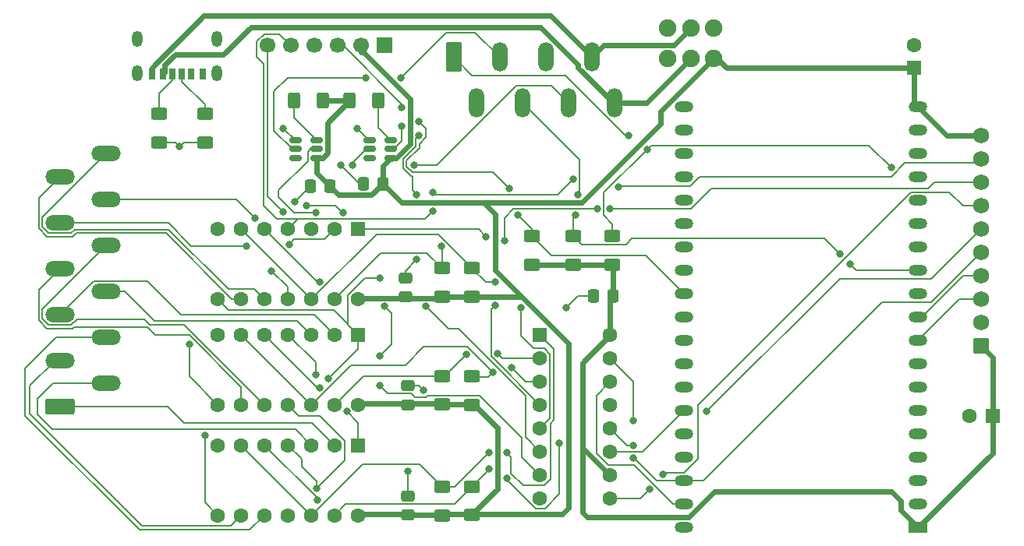
<source format=gbr>
%TF.GenerationSoftware,KiCad,Pcbnew,9.0.3*%
%TF.CreationDate,2025-10-07T23:40:20-05:00*%
%TF.ProjectId,MoistureSensor1,4d6f6973-7475-4726-9553-656e736f7231,1.0.0*%
%TF.SameCoordinates,Original*%
%TF.FileFunction,Copper,L1,Top*%
%TF.FilePolarity,Positive*%
%FSLAX46Y46*%
G04 Gerber Fmt 4.6, Leading zero omitted, Abs format (unit mm)*
G04 Created by KiCad (PCBNEW 9.0.3) date 2025-10-07 23:40:20*
%MOMM*%
%LPD*%
G01*
G04 APERTURE LIST*
G04 Aperture macros list*
%AMRoundRect*
0 Rectangle with rounded corners*
0 $1 Rounding radius*
0 $2 $3 $4 $5 $6 $7 $8 $9 X,Y pos of 4 corners*
0 Add a 4 corners polygon primitive as box body*
4,1,4,$2,$3,$4,$5,$6,$7,$8,$9,$2,$3,0*
0 Add four circle primitives for the rounded corners*
1,1,$1+$1,$2,$3*
1,1,$1+$1,$4,$5*
1,1,$1+$1,$6,$7*
1,1,$1+$1,$8,$9*
0 Add four rect primitives between the rounded corners*
20,1,$1+$1,$2,$3,$4,$5,0*
20,1,$1+$1,$4,$5,$6,$7,0*
20,1,$1+$1,$6,$7,$8,$9,0*
20,1,$1+$1,$8,$9,$2,$3,0*%
G04 Aperture macros list end*
%TA.AperFunction,SMDPad,CuDef*%
%ADD10RoundRect,0.250000X0.400000X0.625000X-0.400000X0.625000X-0.400000X-0.625000X0.400000X-0.625000X0*%
%TD*%
%TA.AperFunction,SMDPad,CuDef*%
%ADD11RoundRect,0.250000X-0.337500X-0.475000X0.337500X-0.475000X0.337500X0.475000X-0.337500X0.475000X0*%
%TD*%
%TA.AperFunction,SMDPad,CuDef*%
%ADD12RoundRect,0.150000X-0.512500X-0.150000X0.512500X-0.150000X0.512500X0.150000X-0.512500X0.150000X0*%
%TD*%
%TA.AperFunction,SMDPad,CuDef*%
%ADD13RoundRect,0.250000X-0.625000X0.400000X-0.625000X-0.400000X0.625000X-0.400000X0.625000X0.400000X0*%
%TD*%
%TA.AperFunction,SMDPad,CuDef*%
%ADD14RoundRect,0.250000X0.625000X-0.400000X0.625000X0.400000X-0.625000X0.400000X-0.625000X-0.400000X0*%
%TD*%
%TA.AperFunction,SMDPad,CuDef*%
%ADD15RoundRect,0.250000X-0.400000X-0.625000X0.400000X-0.625000X0.400000X0.625000X-0.400000X0.625000X0*%
%TD*%
%TA.AperFunction,SMDPad,CuDef*%
%ADD16RoundRect,0.250000X0.475000X-0.337500X0.475000X0.337500X-0.475000X0.337500X-0.475000X-0.337500X0*%
%TD*%
%TA.AperFunction,ComponentPad*%
%ADD17R,1.700000X1.700000*%
%TD*%
%TA.AperFunction,ComponentPad*%
%ADD18C,1.700000*%
%TD*%
%TA.AperFunction,ComponentPad*%
%ADD19RoundRect,0.250000X-0.550000X-0.550000X0.550000X-0.550000X0.550000X0.550000X-0.550000X0.550000X0*%
%TD*%
%TA.AperFunction,ComponentPad*%
%ADD20C,1.600000*%
%TD*%
%TA.AperFunction,ComponentPad*%
%ADD21RoundRect,0.250000X-0.550000X0.550000X-0.550000X-0.550000X0.550000X-0.550000X0.550000X0.550000X0*%
%TD*%
%TA.AperFunction,ComponentPad*%
%ADD22RoundRect,0.250000X0.620000X-0.620000X0.620000X0.620000X-0.620000X0.620000X-0.620000X-0.620000X0*%
%TD*%
%TA.AperFunction,ComponentPad*%
%ADD23C,1.740000*%
%TD*%
%TA.AperFunction,ComponentPad*%
%ADD24C,1.900000*%
%TD*%
%TA.AperFunction,ComponentPad*%
%ADD25RoundRect,0.201923X-0.638077X-1.398077X0.638077X-1.398077X0.638077X1.398077X-0.638077X1.398077X0*%
%TD*%
%TA.AperFunction,ComponentPad*%
%ADD26O,1.680000X3.200000*%
%TD*%
%TA.AperFunction,ComponentPad*%
%ADD27RoundRect,0.250000X0.550000X-0.550000X0.550000X0.550000X-0.550000X0.550000X-0.550000X-0.550000X0*%
%TD*%
%TA.AperFunction,SMDPad,CuDef*%
%ADD28R,0.700000X1.200000*%
%TD*%
%TA.AperFunction,SMDPad,CuDef*%
%ADD29R,0.760000X1.200000*%
%TD*%
%TA.AperFunction,SMDPad,CuDef*%
%ADD30R,0.800000X1.200000*%
%TD*%
%TA.AperFunction,ComponentPad*%
%ADD31O,1.150000X1.750000*%
%TD*%
%TA.AperFunction,ComponentPad*%
%ADD32RoundRect,0.250000X0.550000X0.550000X-0.550000X0.550000X-0.550000X-0.550000X0.550000X-0.550000X0*%
%TD*%
%TA.AperFunction,ComponentPad*%
%ADD33RoundRect,0.201923X1.398077X-0.638077X1.398077X0.638077X-1.398077X0.638077X-1.398077X-0.638077X0*%
%TD*%
%TA.AperFunction,ComponentPad*%
%ADD34O,3.200000X1.680000*%
%TD*%
%TA.AperFunction,ComponentPad*%
%ADD35R,2.000000X1.200000*%
%TD*%
%TA.AperFunction,ComponentPad*%
%ADD36O,2.000000X1.200000*%
%TD*%
%TA.AperFunction,ViaPad*%
%ADD37C,0.800000*%
%TD*%
%TA.AperFunction,Conductor*%
%ADD38C,0.600000*%
%TD*%
%TA.AperFunction,Conductor*%
%ADD39C,0.200000*%
%TD*%
G04 APERTURE END LIST*
D10*
%TO.P,R2,1*%
%TO.N,Net-(U3-R1{slash}C1)*%
X136800000Y-80250000D03*
%TO.P,R2,2*%
%TO.N,+5VA*%
X133700000Y-80250000D03*
%TD*%
D11*
%TO.P,C2,1*%
%TO.N,GND*%
X135212500Y-89250000D03*
%TO.P,C2,2*%
%TO.N,+5VA*%
X137287500Y-89250000D03*
%TD*%
D12*
%TO.P,U3,1,R2*%
%TO.N,GND*%
X135862500Y-84550000D03*
%TO.P,U3,2,V_OUT*%
%TO.N,Net-(J6-Pin_6)*%
X135862500Y-85500000D03*
%TO.P,U3,3,V_OUT*%
%TO.N,unconnected-(U3-V_OUT-Pad3)*%
X135862500Y-86450000D03*
%TO.P,U3,4,V_IN*%
%TO.N,+5VA*%
X138137500Y-86450000D03*
%TO.P,U3,5,ON/OFF*%
%TO.N,Net-(U3-ON{slash}OFF)*%
X138137500Y-85500000D03*
%TO.P,U3,6,R1/C1*%
%TO.N,Net-(U3-R1{slash}C1)*%
X138137500Y-84550000D03*
%TD*%
D13*
%TO.P,R4,1*%
%TO.N,Net-(U4-QB)*%
X143750000Y-122237500D03*
%TO.P,R4,2*%
%TO.N,+5VA*%
X143750000Y-125337500D03*
%TD*%
%TO.P,R10,1*%
%TO.N,Net-(J6-Pin_1)*%
X162250000Y-94950000D03*
%TO.P,R10,2*%
%TO.N,+3.3VA*%
X162250000Y-98050000D03*
%TD*%
D14*
%TO.P,R9,1*%
%TO.N,+3.3VA*%
X153500000Y-98050000D03*
%TO.P,R9,2*%
%TO.N,Net-(J3-Pin_3)*%
X153500000Y-94950000D03*
%TD*%
D11*
%TO.P,C5,1*%
%TO.N,GND*%
X160212500Y-101500000D03*
%TO.P,C5,2*%
%TO.N,+3.3VA*%
X162287500Y-101500000D03*
%TD*%
D15*
%TO.P,R1,1*%
%TO.N,Net-(U2-R1{slash}C1)*%
X127700000Y-80250000D03*
%TO.P,R1,2*%
%TO.N,+5VA*%
X130800000Y-80250000D03*
%TD*%
D12*
%TO.P,U2,1,R2*%
%TO.N,GND*%
X127862500Y-84550000D03*
%TO.P,U2,2,V_OUT*%
%TO.N,Net-(J6-Pin_3)*%
X127862500Y-85500000D03*
%TO.P,U2,3,V_OUT*%
%TO.N,unconnected-(U2-V_OUT-Pad3)*%
X127862500Y-86450000D03*
%TO.P,U2,4,V_IN*%
%TO.N,+5VA*%
X130137500Y-86450000D03*
%TO.P,U2,5,ON/OFF*%
%TO.N,Net-(U2-ON{slash}OFF)*%
X130137500Y-85500000D03*
%TO.P,U2,6,R1/C1*%
%TO.N,Net-(U2-R1{slash}C1)*%
X130137500Y-84550000D03*
%TD*%
D16*
%TO.P,C6,1*%
%TO.N,+5VA*%
X139750000Y-101575000D03*
%TO.P,C6,2*%
%TO.N,GND*%
X139750000Y-99500000D03*
%TD*%
D17*
%TO.P,SMX,1,Pin_1*%
%TO.N,GND*%
X137500000Y-74250000D03*
D18*
%TO.P,SMX,2,Pin_2*%
%TO.N,+5VA*%
X134960000Y-74250000D03*
%TO.P,SMX,3,Pin_3*%
%TO.N,Net-(J3-Pin_3)*%
X132420000Y-74250000D03*
%TO.P,SMX,4,Pin_4*%
%TO.N,GND*%
X129880000Y-74250000D03*
%TO.P,SMX,5,Pin_5*%
%TO.N,Net-(J3-Pin_5)*%
X127340000Y-74250000D03*
%TO.P,SMX,6,Pin_6*%
%TO.N,Net-(J3-Pin_6)*%
X124800000Y-74250000D03*
%TD*%
D19*
%TO.P,U4,1,QB*%
%TO.N,Net-(U4-QB)*%
X154380000Y-105720000D03*
D20*
%TO.P,U4,2,QC*%
%TO.N,Net-(U4-QC)*%
X154380000Y-108260000D03*
%TO.P,U4,3,QD*%
%TO.N,Net-(U4-QD)*%
X154380000Y-110800000D03*
%TO.P,U4,4,QE*%
%TO.N,Net-(U4-QE)*%
X154380000Y-113340000D03*
%TO.P,U4,5,QF*%
%TO.N,Net-(U4-QF)*%
X154380000Y-115880000D03*
%TO.P,U4,6,QG*%
%TO.N,Net-(U3-ON{slash}OFF)*%
X154380000Y-118420000D03*
%TO.P,U4,7,QH*%
%TO.N,Net-(U2-ON{slash}OFF)*%
X154380000Y-120960000D03*
%TO.P,U4,8,GND*%
%TO.N,GND*%
X154380000Y-123500000D03*
%TO.P,U4,9,QH'*%
%TO.N,Net-(J4-Pin_7)*%
X162000000Y-123500000D03*
%TO.P,U4,10,~{SRCLR}*%
%TO.N,+3.3VA*%
X162000000Y-120960000D03*
%TO.P,U4,11,SRCLK*%
%TO.N,Net-(J4-Pin_6)*%
X162000000Y-118420000D03*
%TO.P,U4,12,RCLK*%
%TO.N,Net-(J4-Pin_5)*%
X162000000Y-115880000D03*
%TO.P,U4,13,~{OE}*%
%TO.N,GND*%
X162000000Y-113340000D03*
%TO.P,U4,14,SER*%
%TO.N,Net-(U1-GPIO23)*%
X162000000Y-110800000D03*
%TO.P,U4,15,QA*%
%TO.N,Net-(U4-QA)*%
X162000000Y-108260000D03*
%TO.P,U4,16,VCC*%
%TO.N,+3.3VA*%
X162000000Y-105720000D03*
%TD*%
D13*
%TO.P,R3,1*%
%TO.N,Net-(U4-QA)*%
X147000000Y-122200000D03*
%TO.P,R3,2*%
%TO.N,+5VA*%
X147000000Y-125300000D03*
%TD*%
D21*
%TO.P,U6,1*%
%TO.N,Net-(J3-Pin_6)*%
X134620000Y-105695000D03*
D20*
%TO.P,U6,2*%
%TO.N,Net-(J5-Pin_5)*%
X132080000Y-105695000D03*
%TO.P,U6,3*%
%TO.N,Net-(J5-Pin_6)*%
X129540000Y-105695000D03*
%TO.P,U6,4*%
%TO.N,Net-(J3-Pin_5)*%
X127000000Y-105695000D03*
%TO.P,U6,5*%
%TO.N,Net-(U4-QC)*%
X124460000Y-105695000D03*
%TO.P,U6,6*%
%TO.N,Net-(U4-QD)*%
X121920000Y-105695000D03*
%TO.P,U6,7,V_{SS}*%
%TO.N,GND*%
X119380000Y-105695000D03*
%TO.P,U6,8*%
%TO.N,Net-(J3-Pin_6)*%
X119380000Y-113315000D03*
%TO.P,U6,9*%
%TO.N,Net-(J5-Pin_7)*%
X121920000Y-113315000D03*
%TO.P,U6,10*%
%TO.N,Net-(J5-Pin_8)*%
X124460000Y-113315000D03*
%TO.P,U6,11*%
%TO.N,Net-(J3-Pin_5)*%
X127000000Y-113315000D03*
%TO.P,U6,12*%
%TO.N,Net-(U4-QD)*%
X129540000Y-113315000D03*
%TO.P,U6,13*%
%TO.N,Net-(U4-QC)*%
X132080000Y-113315000D03*
%TO.P,U6,14,V_{DD}*%
%TO.N,+5VA*%
X134620000Y-113315000D03*
%TD*%
D16*
%TO.P,C8,1*%
%TO.N,+5VA*%
X140000000Y-113287500D03*
%TO.P,C8,2*%
%TO.N,GND*%
X140000000Y-111212500D03*
%TD*%
D13*
%TO.P,R11,1*%
%TO.N,Net-(J6-Pin_4)*%
X158000000Y-94950000D03*
%TO.P,R11,2*%
%TO.N,+3.3VA*%
X158000000Y-98050000D03*
%TD*%
%TO.P,R5,1*%
%TO.N,Net-(U4-QC)*%
X143750000Y-110162500D03*
%TO.P,R5,2*%
%TO.N,+5VA*%
X143750000Y-113262500D03*
%TD*%
D14*
%TO.P,R13,1*%
%TO.N,GND*%
X113000000Y-84800000D03*
%TO.P,R13,2*%
%TO.N,Net-(J2-CC2)*%
X113000000Y-81700000D03*
%TD*%
D22*
%TO.P,J4,1,Pin_1*%
%TO.N,+3.3VA*%
X202250000Y-106930000D03*
D23*
%TO.P,J4,2,Pin_2*%
%TO.N,GND*%
X202250000Y-104390000D03*
%TO.P,J4,3,Pin_3*%
%TO.N,Net-(J4-Pin_3)*%
X202250000Y-101850000D03*
%TO.P,J4,4,Pin_4*%
%TO.N,Net-(J4-Pin_4)*%
X202250000Y-99310000D03*
%TO.P,J4,5,Pin_5*%
%TO.N,Net-(J4-Pin_5)*%
X202250000Y-96770000D03*
%TO.P,J4,6,Pin_6*%
%TO.N,Net-(J4-Pin_6)*%
X202250000Y-94230000D03*
%TO.P,J4,7,Pin_7*%
%TO.N,Net-(J4-Pin_7)*%
X202250000Y-91690000D03*
%TO.P,J4,8,Pin_8*%
%TO.N,Net-(J3-Pin_6)*%
X202250000Y-89150000D03*
%TO.P,J4,9,Pin_9*%
%TO.N,Net-(J3-Pin_5)*%
X202250000Y-86610000D03*
%TO.P,J4,10,Pin_10*%
%TO.N,+5VA*%
X202250000Y-84070000D03*
%TD*%
D24*
%TO.P,On     Off,1,A*%
%TO.N,GND*%
X173250000Y-72350000D03*
%TO.P,On     Off,2,B*%
%TO.N,Net-(J2-GND_A)*%
X170750000Y-72350000D03*
%TO.P,On     Off,3,C*%
%TO.N,unconnected-(SW1-C-Pad3)*%
X168250000Y-72350000D03*
%TO.P,On     Off,4,C*%
%TO.N,+5VA*%
X173250000Y-75650000D03*
%TO.P,On     Off,5,B*%
%TO.N,Net-(J2-VBUS_A)*%
X170750000Y-75650000D03*
%TO.P,On     Off,6,A*%
%TO.N,unconnected-(SW1-A-Pad6)*%
X168250000Y-75650000D03*
%TD*%
D25*
%TO.P,J6,1,Pin_1*%
%TO.N,Net-(J6-Pin_1)*%
X145000000Y-75500000D03*
D26*
%TO.P,J6,2,Pin_2*%
%TO.N,GND*%
X147500000Y-80500000D03*
%TO.P,J6,3,Pin_3*%
%TO.N,Net-(J6-Pin_3)*%
X150000000Y-75500000D03*
%TO.P,J6,4,Pin_4*%
%TO.N,Net-(J6-Pin_4)*%
X152500000Y-80500000D03*
%TO.P,J6,5,Pin_5*%
%TO.N,GND*%
X155000000Y-75500000D03*
%TO.P,J6,6,Pin_6*%
%TO.N,Net-(J6-Pin_6)*%
X157500000Y-80500000D03*
%TO.P,J6,7,Pin_7*%
%TO.N,Net-(J2-GND_A)*%
X160000000Y-75500000D03*
%TO.P,J6,8,Pin_8*%
%TO.N,Net-(J2-VBUS_A)*%
X162500000Y-80500000D03*
%TD*%
D27*
%TO.P,C4,1*%
%TO.N,+5VA*%
X195000000Y-76705113D03*
D20*
%TO.P,C4,2*%
%TO.N,GND*%
X195000000Y-74205113D03*
%TD*%
D28*
%TO.P,5v in,A5,CC1*%
%TO.N,Net-(J2-CC1)*%
X115500000Y-77380000D03*
D29*
%TO.P,5v in,A9,VBUS_A*%
%TO.N,Net-(J2-VBUS_A)*%
X113480000Y-77380000D03*
D30*
%TO.P,5v in,A12,GND_A*%
%TO.N,Net-(J2-GND_A)*%
X112250000Y-77380000D03*
D28*
%TO.P,5v in,B5,CC2*%
%TO.N,Net-(J2-CC2)*%
X114500000Y-77380000D03*
D29*
%TO.P,5v in,B9,VBUS_B*%
%TO.N,unconnected-(J2-VBUS_B-PadB9)*%
X116520000Y-77380000D03*
D30*
%TO.P,5v in,B12,GND_B*%
%TO.N,unconnected-(J2-GND_B-PadB12)*%
X117750000Y-77380000D03*
D31*
%TO.P,5v in,SH1,SHIELD*%
%TO.N,unconnected-(J2-SHIELD-PadSH1)*%
X119320000Y-77300000D03*
%TO.P,5v in,SH2,SHIELD__1*%
%TO.N,unconnected-(J2-SHIELD__1-PadSH2)*%
X110680000Y-77300000D03*
%TO.P,5v in,SH3,SHIELD__2*%
%TO.N,unconnected-(J2-SHIELD__2-PadSH3)*%
X119320000Y-73500000D03*
%TO.P,5v in,SH4,SHIELD__3*%
%TO.N,unconnected-(J2-SHIELD__3-PadSH4)*%
X110680000Y-73500000D03*
%TD*%
D32*
%TO.P,C3,1*%
%TO.N,+3.3VA*%
X203500000Y-114500000D03*
D20*
%TO.P,C3,2*%
%TO.N,GND*%
X201000000Y-114500000D03*
%TD*%
D33*
%TO.P,J5,1,Pin_1*%
%TO.N,Net-(J5-Pin_1)*%
X102250000Y-113500000D03*
D34*
%TO.P,J5,2,Pin_2*%
%TO.N,Net-(J5-Pin_2)*%
X107250000Y-111000000D03*
%TO.P,J5,3,Pin_3*%
%TO.N,Net-(J5-Pin_3)*%
X102250000Y-108500000D03*
%TO.P,J5,4,Pin_4*%
%TO.N,Net-(J5-Pin_4)*%
X107250000Y-106000000D03*
%TO.P,J5,5,Pin_5*%
%TO.N,Net-(J5-Pin_5)*%
X102250000Y-103500000D03*
%TO.P,J5,6,Pin_6*%
%TO.N,Net-(J5-Pin_6)*%
X107250000Y-101000000D03*
%TO.P,J5,7,Pin_7*%
%TO.N,Net-(J5-Pin_7)*%
X102250000Y-98500000D03*
%TO.P,J5,8,Pin_8*%
%TO.N,Net-(J5-Pin_8)*%
X107250000Y-96000000D03*
%TO.P,J5,9,Pin_9*%
%TO.N,Net-(J5-Pin_9)*%
X102250000Y-93500000D03*
%TO.P,J5,10,Pin_10*%
%TO.N,Net-(J5-Pin_10)*%
X107250000Y-91000000D03*
%TO.P,J5,11,Pin_11*%
%TO.N,Net-(J5-Pin_11)*%
X102250000Y-88500000D03*
%TO.P,J5,12,Pin_12*%
%TO.N,Net-(J5-Pin_12)*%
X107250000Y-86000000D03*
%TD*%
D21*
%TO.P,U5,1*%
%TO.N,Net-(J3-Pin_6)*%
X134620000Y-117695000D03*
D20*
%TO.P,U5,2*%
%TO.N,Net-(J5-Pin_1)*%
X132080000Y-117695000D03*
%TO.P,U5,3*%
%TO.N,Net-(J5-Pin_2)*%
X129540000Y-117695000D03*
%TO.P,U5,4*%
%TO.N,Net-(J3-Pin_5)*%
X127000000Y-117695000D03*
%TO.P,U5,5*%
%TO.N,Net-(U4-QA)*%
X124460000Y-117695000D03*
%TO.P,U5,6*%
%TO.N,Net-(U4-QB)*%
X121920000Y-117695000D03*
%TO.P,U5,7,V_{SS}*%
%TO.N,GND*%
X119380000Y-117695000D03*
%TO.P,U5,8*%
%TO.N,Net-(J3-Pin_6)*%
X119380000Y-125315000D03*
%TO.P,U5,9*%
%TO.N,Net-(J5-Pin_3)*%
X121920000Y-125315000D03*
%TO.P,U5,10*%
%TO.N,Net-(J5-Pin_4)*%
X124460000Y-125315000D03*
%TO.P,U5,11*%
%TO.N,Net-(J3-Pin_5)*%
X127000000Y-125315000D03*
%TO.P,U5,12*%
%TO.N,Net-(U4-QB)*%
X129540000Y-125315000D03*
%TO.P,U5,13*%
%TO.N,Net-(U4-QA)*%
X132080000Y-125315000D03*
%TO.P,U5,14,V_{DD}*%
%TO.N,+5VA*%
X134620000Y-125315000D03*
%TD*%
D16*
%TO.P,C7,1*%
%TO.N,+5VA*%
X140000000Y-125287500D03*
%TO.P,C7,2*%
%TO.N,GND*%
X140000000Y-123212500D03*
%TD*%
D14*
%TO.P,R12,1*%
%TO.N,GND*%
X118000000Y-84800000D03*
%TO.P,R12,2*%
%TO.N,Net-(J2-CC1)*%
X118000000Y-81700000D03*
%TD*%
D13*
%TO.P,R6,1*%
%TO.N,Net-(U4-QD)*%
X147000000Y-110200000D03*
%TO.P,R6,2*%
%TO.N,+5VA*%
X147000000Y-113300000D03*
%TD*%
D35*
%TO.P,U1,1,3V3*%
%TO.N,+3.3VA*%
X195400000Y-126640000D03*
D36*
%TO.P,U1,2,CHIP_PU*%
%TO.N,unconnected-(U1-CHIP_PU-Pad2)*%
X195400000Y-124100000D03*
%TO.P,U1,3,SENSOR_VP/GPIO36/ADC1_CH0*%
%TO.N,unconnected-(U1-SENSOR_VP{slash}GPIO36{slash}ADC1_CH0-Pad3)*%
X195400000Y-121560000D03*
%TO.P,U1,4,SENSOR_VN/GPIO39/ADC1_CH3*%
%TO.N,unconnected-(U1-SENSOR_VN{slash}GPIO39{slash}ADC1_CH3-Pad4)*%
X195400000Y-119020000D03*
%TO.P,U1,5,VDET_1/GPIO34/ADC1_CH6*%
%TO.N,unconnected-(U1-VDET_1{slash}GPIO34{slash}ADC1_CH6-Pad5)*%
X195400000Y-116480000D03*
%TO.P,U1,6,VDET_2/GPIO35/ADC1_CH7*%
%TO.N,unconnected-(U1-VDET_2{slash}GPIO35{slash}ADC1_CH7-Pad6)*%
X195400000Y-113940000D03*
%TO.P,U1,7,32K_XP/GPIO32/ADC1_CH4*%
%TO.N,unconnected-(U1-32K_XP{slash}GPIO32{slash}ADC1_CH4-Pad7)*%
X195400000Y-111400000D03*
%TO.P,U1,8,32K_XN/GPIO33/ADC1_CH5*%
%TO.N,unconnected-(U1-32K_XN{slash}GPIO33{slash}ADC1_CH5-Pad8)*%
X195400000Y-108860000D03*
%TO.P,U1,9,DAC_1/ADC2_CH8/GPIO25*%
%TO.N,Net-(J4-Pin_3)*%
X195400000Y-106320000D03*
%TO.P,U1,10,DAC_2/ADC2_CH9/GPIO26*%
%TO.N,Net-(J4-Pin_4)*%
X195400000Y-103780000D03*
%TO.P,U1,11,ADC2_CH7/GPIO27*%
%TO.N,unconnected-(U1-ADC2_CH7{slash}GPIO27-Pad11)*%
X195400000Y-101240000D03*
%TO.P,U1,12,MTMS/GPIO14/ADC2_CH6*%
%TO.N,Net-(J6-Pin_4)*%
X195400000Y-98700000D03*
%TO.P,U1,13,MTDI/GPIO12/ADC2_CH5*%
%TO.N,unconnected-(U1-MTDI{slash}GPIO12{slash}ADC2_CH5-Pad13)*%
X195400000Y-96160000D03*
%TO.P,U1,14,GND*%
%TO.N,GND*%
X195400000Y-93620000D03*
%TO.P,U1,15,MTCK/GPIO13/ADC2_CH4*%
%TO.N,Net-(J6-Pin_1)*%
X195400000Y-91080000D03*
%TO.P,U1,16,SD_DATA2/GPIO9*%
%TO.N,unconnected-(U1-SD_DATA2{slash}GPIO9-Pad16)*%
X195400000Y-88540000D03*
%TO.P,U1,17,SD_DATA3/GPIO10*%
%TO.N,unconnected-(U1-SD_DATA3{slash}GPIO10-Pad17)*%
X195400000Y-86000000D03*
%TO.P,U1,18,CMD*%
%TO.N,unconnected-(U1-CMD-Pad18)*%
X195400000Y-83460000D03*
%TO.P,U1,19,5V*%
%TO.N,+5VA*%
X195400000Y-80920000D03*
%TO.P,U1,20,SD_CLK/GPIO6*%
%TO.N,unconnected-(U1-SD_CLK{slash}GPIO6-Pad20)*%
X170003680Y-80922720D03*
%TO.P,U1,21,SD_DATA0/GPIO7*%
%TO.N,unconnected-(U1-SD_DATA0{slash}GPIO7-Pad21)*%
X170003680Y-83462720D03*
%TO.P,U1,22,SD_DATA1/GPIO8*%
%TO.N,unconnected-(U1-SD_DATA1{slash}GPIO8-Pad22)*%
X170000000Y-86000000D03*
%TO.P,U1,23,MTDO/GPIO15/ADC2_CH3*%
%TO.N,unconnected-(U1-MTDO{slash}GPIO15{slash}ADC2_CH3-Pad23)*%
X170000000Y-88540000D03*
%TO.P,U1,24,ADC2_CH2/GPIO2*%
%TO.N,unconnected-(U1-ADC2_CH2{slash}GPIO2-Pad24)*%
X170000000Y-91080000D03*
%TO.P,U1,25,GPIO0/BOOT/ADC2_CH1*%
%TO.N,unconnected-(U1-GPIO0{slash}BOOT{slash}ADC2_CH1-Pad25)*%
X170000000Y-93620000D03*
%TO.P,U1,26,ADC2_CH0/GPIO4*%
%TO.N,unconnected-(U1-ADC2_CH0{slash}GPIO4-Pad26)*%
X170000000Y-96160000D03*
%TO.P,U1,27,GPIO16*%
%TO.N,unconnected-(U1-GPIO16-Pad27)*%
X170000000Y-98700000D03*
%TO.P,U1,28,GPIO17*%
%TO.N,Net-(J3-Pin_3)*%
X170000000Y-101240000D03*
%TO.P,U1,29,GPIO5*%
%TO.N,unconnected-(U1-GPIO5-Pad29)*%
X170000000Y-103780000D03*
%TO.P,U1,30,GPIO18*%
%TO.N,unconnected-(U1-GPIO18-Pad30)*%
X170000000Y-106320000D03*
%TO.P,U1,31,GPIO19*%
%TO.N,unconnected-(U1-GPIO19-Pad31)*%
X170000000Y-108860000D03*
%TO.P,U1,32,GND*%
%TO.N,GND*%
X170000000Y-111400000D03*
%TO.P,U1,33,GPIO21*%
%TO.N,Net-(J4-Pin_6)*%
X170000000Y-113940000D03*
%TO.P,U1,34,U0RXD/GPIO3*%
%TO.N,unconnected-(U1-U0RXD{slash}GPIO3-Pad34)*%
X170000000Y-116480000D03*
%TO.P,U1,35,U0TXD/GPIO1*%
%TO.N,unconnected-(U1-U0TXD{slash}GPIO1-Pad35)*%
X170000000Y-119020000D03*
%TO.P,U1,36,GPIO22*%
%TO.N,Net-(J4-Pin_5)*%
X170000000Y-121560000D03*
%TO.P,U1,37,GPIO23*%
%TO.N,Net-(U1-GPIO23)*%
X170000000Y-124100000D03*
%TO.P,U1,38,GND*%
%TO.N,GND*%
X170000000Y-126640000D03*
%TD*%
D21*
%TO.P,U7,1*%
%TO.N,Net-(J3-Pin_6)*%
X134620000Y-94195000D03*
D20*
%TO.P,U7,2*%
%TO.N,Net-(J5-Pin_9)*%
X132080000Y-94195000D03*
%TO.P,U7,3*%
%TO.N,Net-(J5-Pin_10)*%
X129540000Y-94195000D03*
%TO.P,U7,4*%
%TO.N,Net-(J3-Pin_5)*%
X127000000Y-94195000D03*
%TO.P,U7,5*%
%TO.N,Net-(U4-QE)*%
X124460000Y-94195000D03*
%TO.P,U7,6*%
%TO.N,Net-(U4-QF)*%
X121920000Y-94195000D03*
%TO.P,U7,7,V_{SS}*%
%TO.N,GND*%
X119380000Y-94195000D03*
%TO.P,U7,8*%
%TO.N,Net-(J3-Pin_6)*%
X119380000Y-101815000D03*
%TO.P,U7,9*%
%TO.N,Net-(J5-Pin_11)*%
X121920000Y-101815000D03*
%TO.P,U7,10*%
%TO.N,Net-(J5-Pin_12)*%
X124460000Y-101815000D03*
%TO.P,U7,11*%
%TO.N,Net-(J3-Pin_5)*%
X127000000Y-101815000D03*
%TO.P,U7,12*%
%TO.N,Net-(U4-QF)*%
X129540000Y-101815000D03*
%TO.P,U7,13*%
%TO.N,Net-(U4-QE)*%
X132080000Y-101815000D03*
%TO.P,U7,14,V_{DD}*%
%TO.N,+5VA*%
X134620000Y-101815000D03*
%TD*%
D11*
%TO.P,C1,1*%
%TO.N,GND*%
X129462500Y-89500000D03*
%TO.P,C1,2*%
%TO.N,+5VA*%
X131537500Y-89500000D03*
%TD*%
D13*
%TO.P,R7,1*%
%TO.N,Net-(U4-QE)*%
X143750000Y-98450000D03*
%TO.P,R7,2*%
%TO.N,+5VA*%
X143750000Y-101550000D03*
%TD*%
%TO.P,R8,1*%
%TO.N,Net-(U4-QF)*%
X147000000Y-98450000D03*
%TO.P,R8,2*%
%TO.N,+5VA*%
X147000000Y-101550000D03*
%TD*%
D37*
%TO.N,GND*%
X141000000Y-97500000D03*
X141750000Y-111750000D03*
X134500000Y-83250000D03*
X126500000Y-83250000D03*
X115250000Y-85250000D03*
X157250000Y-102750000D03*
X140000000Y-120500000D03*
X132750000Y-87250000D03*
X127750000Y-91250000D03*
%TO.N,Net-(J3-Pin_5)*%
X130127475Y-122372525D03*
X162887136Y-89637136D03*
X142750000Y-92250000D03*
X125250000Y-98750000D03*
X130000000Y-110000000D03*
X142750000Y-90250000D03*
X158000000Y-88750000D03*
%TO.N,Net-(J3-Pin_3)*%
X141250000Y-82500000D03*
X151000000Y-89750000D03*
X139390000Y-81000000D03*
X152000000Y-92700000D03*
%TO.N,Net-(J3-Pin_6)*%
X150500000Y-95500000D03*
X131432525Y-110432525D03*
X160599000Y-92000000D03*
X133425667Y-114045463D03*
X126500000Y-92339723D03*
X133000000Y-92394000D03*
X162000000Y-92000000D03*
X118000000Y-116656025D03*
X148500000Y-95000000D03*
X137000000Y-99500000D03*
X116293975Y-106706025D03*
X129000000Y-91694000D03*
%TO.N,Net-(U4-QA)*%
X156500000Y-117500000D03*
X164500000Y-115000000D03*
X148850000Y-120250000D03*
X130182525Y-123682525D03*
X150750000Y-121250000D03*
%TO.N,Net-(U4-QB)*%
X150750000Y-118500000D03*
X148850000Y-118500000D03*
%TO.N,Net-(U4-QC)*%
X149764975Y-107735025D03*
X130432525Y-111432525D03*
X146358263Y-107856850D03*
%TO.N,Net-(U4-QD)*%
X151264975Y-109235025D03*
X149241475Y-109758525D03*
%TO.N,Net-(U4-QE)*%
X149500000Y-102500000D03*
X130432525Y-99932525D03*
X143655025Y-96094975D03*
%TO.N,Net-(U4-QF)*%
X152278104Y-102721896D03*
X149528104Y-99971896D03*
%TO.N,Net-(U2-ON{slash}OFF)*%
X137000000Y-108000000D03*
X137000000Y-111250000D03*
X130000000Y-92394000D03*
X137500000Y-102600000D03*
%TO.N,Net-(U3-ON{slash}OFF)*%
X139390000Y-83000000D03*
X141250000Y-84000000D03*
X141000000Y-90437103D03*
X142000000Y-102600000D03*
%TO.N,Net-(J4-Pin_7)*%
X167750000Y-120860000D03*
X166250000Y-122500000D03*
%TO.N,Net-(J4-Pin_6)*%
X172500000Y-114000000D03*
%TO.N,Net-(J4-Pin_5)*%
X164500000Y-119120000D03*
X164500000Y-117720000D03*
%TO.N,Net-(J5-Pin_9)*%
X127127475Y-95872525D03*
X122476103Y-96023897D03*
%TO.N,Net-(J5-Pin_10)*%
X123467193Y-93039723D03*
%TO.N,Net-(J6-Pin_1)*%
X192500000Y-87500000D03*
X166017161Y-85517161D03*
X164000000Y-84000000D03*
%TO.N,Net-(J6-Pin_4)*%
X158250000Y-92700000D03*
X188000000Y-98000000D03*
X186907922Y-96907922D03*
X158494368Y-90437103D03*
%TO.N,Net-(J6-Pin_6)*%
X140750000Y-87250000D03*
X134000000Y-87250000D03*
%TO.N,Net-(J6-Pin_3)*%
X135500000Y-77750000D03*
X139250000Y-77750000D03*
%TD*%
D38*
%TO.N,+5VA*%
X173600000Y-75650000D02*
X174655113Y-76705113D01*
X147000000Y-125212500D02*
X143787500Y-125212500D01*
X173250000Y-75650000D02*
X173600000Y-75650000D01*
X134735000Y-101700000D02*
X134620000Y-101815000D01*
X137287500Y-87300000D02*
X138137500Y-86450000D01*
X149750000Y-122462500D02*
X147000000Y-125212500D01*
X131301000Y-82649000D02*
X133700000Y-80250000D01*
X147000000Y-101540000D02*
X152369002Y-101540000D01*
X198550000Y-84070000D02*
X195400000Y-80920000D01*
X139500000Y-113200000D02*
X143790000Y-113200000D01*
X130774810Y-86450000D02*
X131301000Y-85923810D01*
X136061500Y-90476000D02*
X132513500Y-90476000D01*
X157500000Y-106670998D02*
X152414501Y-101585499D01*
X143750000Y-125250000D02*
X140050000Y-125250000D01*
X149500000Y-98670998D02*
X149500000Y-92587103D01*
X134735000Y-113200000D02*
X134620000Y-113315000D01*
X137287500Y-89250000D02*
X136061500Y-90476000D01*
X148250000Y-91337103D02*
X139374603Y-91337103D01*
X195000000Y-80520000D02*
X195400000Y-80920000D01*
X140050000Y-125250000D02*
X140000000Y-125200000D01*
X139500000Y-101700000D02*
X134735000Y-101700000D01*
X134960000Y-74960000D02*
X134960000Y-74250000D01*
X130137500Y-86450000D02*
X130774810Y-86450000D01*
X133700000Y-80250000D02*
X130800000Y-80250000D01*
X195000000Y-76705113D02*
X195000000Y-80520000D01*
X156787500Y-125212500D02*
X147000000Y-125212500D01*
X147000000Y-113212500D02*
X143787500Y-113212500D01*
X130137500Y-86450000D02*
X130137500Y-88100000D01*
X202250000Y-84070000D02*
X198550000Y-84070000D01*
X167500000Y-81400000D02*
X173250000Y-75650000D01*
X143787500Y-125212500D02*
X143750000Y-125250000D01*
X138137500Y-86450000D02*
X138799999Y-86450000D01*
X174655113Y-76705113D02*
X195000000Y-76705113D01*
X139500000Y-101700000D02*
X143840000Y-101700000D01*
X148250000Y-91337103D02*
X158924426Y-91337103D01*
X149750000Y-115790000D02*
X149750000Y-122462500D01*
X158924426Y-91337103D02*
X167500000Y-82761529D01*
X131301000Y-85923810D02*
X131301000Y-82649000D01*
X149750000Y-115790000D02*
X147000000Y-113040000D01*
X152369002Y-101540000D02*
X152414501Y-101585499D01*
X149500000Y-92587103D02*
X148250000Y-91337103D01*
X138799999Y-86450000D02*
X140290000Y-84959999D01*
X147000000Y-101550000D02*
X143750000Y-101550000D01*
X139500000Y-113200000D02*
X134735000Y-113200000D01*
X134735000Y-125200000D02*
X134620000Y-125315000D01*
X138262500Y-86575000D02*
X138137500Y-86450000D01*
X139374603Y-91337103D02*
X137287500Y-89250000D01*
X149500000Y-98670998D02*
X152414501Y-101585499D01*
X167500000Y-82761529D02*
X167500000Y-81400000D01*
X140000000Y-125200000D02*
X134735000Y-125200000D01*
X134960000Y-74734207D02*
X134960000Y-74250000D01*
X137287500Y-89250000D02*
X137287500Y-87300000D01*
X132513500Y-90476000D02*
X131537500Y-89500000D01*
X140290000Y-84959999D02*
X140290000Y-80064207D01*
X157500000Y-124500000D02*
X156787500Y-125212500D01*
X157500000Y-124500000D02*
X157500000Y-106670998D01*
X140290000Y-80064207D02*
X134960000Y-74734207D01*
X130137500Y-88100000D02*
X131537500Y-89500000D01*
D39*
%TO.N,GND*%
X158500000Y-101500000D02*
X157250000Y-102750000D01*
X139750000Y-98750000D02*
X141000000Y-97500000D01*
X160212500Y-101500000D02*
X158500000Y-101500000D01*
X129462500Y-89500000D02*
X129462500Y-89537500D01*
X135800000Y-84550000D02*
X134500000Y-83250000D01*
X127862500Y-84550000D02*
X127800000Y-84550000D01*
X139750000Y-99500000D02*
X139750000Y-98750000D01*
X115700000Y-84800000D02*
X115250000Y-85250000D01*
X129462500Y-89537500D02*
X127750000Y-91250000D01*
X134750000Y-89250000D02*
X132750000Y-87250000D01*
X140000000Y-111212500D02*
X141212500Y-111212500D01*
X135862500Y-84550000D02*
X135800000Y-84550000D01*
X113000000Y-84800000D02*
X114800000Y-84800000D01*
X127800000Y-84550000D02*
X126500000Y-83250000D01*
X114800000Y-84800000D02*
X115250000Y-85250000D01*
X135212500Y-89250000D02*
X134750000Y-89250000D01*
X140000000Y-123212500D02*
X140000000Y-120500000D01*
X141212500Y-111212500D02*
X141750000Y-111750000D01*
X118000000Y-84800000D02*
X115700000Y-84800000D01*
D38*
%TO.N,+3.3VA*%
X173307049Y-122750000D02*
X192500000Y-122750000D01*
X193500000Y-123750000D02*
X193500000Y-124740000D01*
X162250000Y-98050000D02*
X158000000Y-98050000D01*
X162000000Y-101787500D02*
X162287500Y-101500000D01*
X162287500Y-101500000D02*
X162287500Y-98087500D01*
X159539000Y-125539000D02*
X170518049Y-125539000D01*
X192500000Y-122750000D02*
X193500000Y-123750000D01*
X162000000Y-105720000D02*
X162000000Y-101787500D01*
X159000000Y-108720000D02*
X162000000Y-105720000D01*
X203500000Y-114500000D02*
X203500000Y-118540000D01*
X162000000Y-120960000D02*
X159000000Y-117960000D01*
X203500000Y-114500000D02*
X203500000Y-108180000D01*
X203500000Y-108180000D02*
X202250000Y-106930000D01*
X159000000Y-117960000D02*
X159000000Y-125000000D01*
X162287500Y-98087500D02*
X162250000Y-98050000D01*
X158000000Y-98050000D02*
X153500000Y-98050000D01*
X159000000Y-125000000D02*
X159539000Y-125539000D01*
X170518049Y-125539000D02*
X173307049Y-122750000D01*
X159000000Y-117960000D02*
X159000000Y-108720000D01*
X203500000Y-118540000D02*
X195400000Y-126640000D01*
X193500000Y-124740000D02*
X195400000Y-126640000D01*
D39*
%TO.N,Net-(J3-Pin_5)*%
X128101000Y-93094000D02*
X141906000Y-93094000D01*
X130127475Y-122372525D02*
X133181000Y-119319000D01*
X128101000Y-93094000D02*
X125799450Y-93094000D01*
X128500000Y-119195000D02*
X127000000Y-117695000D01*
X125799450Y-93094000D02*
X124399000Y-91693550D01*
X130000000Y-108695000D02*
X127000000Y-105695000D01*
X194000000Y-87000000D02*
X201860000Y-87000000D01*
X171714206Y-88500000D02*
X192500000Y-88500000D01*
X130000000Y-110000000D02*
X130000000Y-108695000D01*
X141906000Y-93094000D02*
X142750000Y-92250000D01*
X133181000Y-119319000D02*
X133181000Y-117238950D01*
X128500000Y-120000000D02*
X128500000Y-119195000D01*
X192500000Y-88500000D02*
X194000000Y-87000000D01*
X130127475Y-122372525D02*
X130127475Y-121627475D01*
X124422240Y-73000000D02*
X126090000Y-73000000D01*
X163024272Y-89500000D02*
X170714206Y-89500000D01*
X124399000Y-76226760D02*
X123649000Y-75476760D01*
X156299000Y-90451000D02*
X158000000Y-88750000D01*
X125250000Y-98750000D02*
X127000000Y-100500000D01*
X128101000Y-93094000D02*
X127000000Y-94195000D01*
X124399000Y-91693550D02*
X124399000Y-76226760D01*
X126090000Y-73000000D02*
X127340000Y-74250000D01*
X142750000Y-90250000D02*
X142951000Y-90451000D01*
X130442050Y-114500000D02*
X128185000Y-114500000D01*
X142951000Y-90451000D02*
X156299000Y-90451000D01*
X128185000Y-114500000D02*
X127000000Y-113315000D01*
X170714206Y-89500000D02*
X171714206Y-88500000D01*
X123649000Y-75476760D02*
X123649000Y-73773240D01*
X133181000Y-117238950D02*
X130442050Y-114500000D01*
X201860000Y-87000000D02*
X202250000Y-86610000D01*
X162887136Y-89637136D02*
X163024272Y-89500000D01*
X123649000Y-73773240D02*
X124422240Y-73000000D01*
X130127475Y-121627475D02*
X128500000Y-120000000D01*
X127000000Y-100500000D02*
X127000000Y-101815000D01*
%TO.N,Net-(J3-Pin_3)*%
X132991364Y-74250000D02*
X132420000Y-74250000D01*
X153500000Y-94950000D02*
X153500000Y-94200000D01*
X151000000Y-89750000D02*
X149250000Y-88000000D01*
X139901000Y-87401000D02*
X139901000Y-86766040D01*
X140500000Y-88000000D02*
X139901000Y-87401000D01*
X153500000Y-94200000D02*
X152000000Y-92700000D01*
X155649000Y-97099000D02*
X153500000Y-94950000D01*
X142000000Y-83250000D02*
X141250000Y-82500000D01*
X139390000Y-81000000D02*
X139390000Y-80648636D01*
X149250000Y-88000000D02*
X140500000Y-88000000D01*
X139901000Y-86766040D02*
X141292000Y-85375041D01*
X170000000Y-101240000D02*
X165859000Y-97099000D01*
X165859000Y-97099000D02*
X155649000Y-97099000D01*
X141292000Y-84949364D02*
X142000000Y-84241364D01*
X142000000Y-84241364D02*
X142000000Y-83250000D01*
X141292000Y-85375041D02*
X141292000Y-84949364D01*
X139390000Y-80648636D02*
X132991364Y-74250000D01*
%TO.N,Net-(J3-Pin_6)*%
X147695000Y-94195000D02*
X134620000Y-94195000D01*
X137000000Y-99500000D02*
X135377950Y-99500000D01*
X133500000Y-101377950D02*
X133500000Y-104500000D01*
X116293975Y-110228975D02*
X119380000Y-113315000D01*
X162000000Y-92000000D02*
X167500000Y-92000000D01*
X197150000Y-89150000D02*
X202250000Y-89150000D01*
X132894000Y-92394000D02*
X132194000Y-91694000D01*
X172976206Y-89778000D02*
X196522000Y-89778000D01*
X133519000Y-104594000D02*
X134620000Y-105695000D01*
X135377950Y-99500000D02*
X133500000Y-101377950D01*
X167500000Y-92000000D02*
X167519000Y-91981000D01*
X160599000Y-92000000D02*
X151500000Y-92000000D01*
X133519000Y-104519000D02*
X133500000Y-104500000D01*
X131432525Y-110432525D02*
X134620000Y-107245050D01*
X132194000Y-91694000D02*
X129000000Y-91694000D01*
X151500000Y-92000000D02*
X150500000Y-93000000D01*
X126500000Y-92339723D02*
X124800000Y-90639723D01*
X132000000Y-103000000D02*
X120565000Y-103000000D01*
X116293975Y-106706025D02*
X116293975Y-110228975D01*
X150500000Y-93000000D02*
X150500000Y-95500000D01*
X119380000Y-125315000D02*
X118000000Y-123935000D01*
X134620000Y-115239796D02*
X133425667Y-114045463D01*
X133500000Y-104500000D02*
X132000000Y-103000000D01*
X118000000Y-123935000D02*
X118000000Y-116656025D01*
X148500000Y-95000000D02*
X147695000Y-94195000D01*
X133000000Y-92394000D02*
X132894000Y-92394000D01*
X134620000Y-107245050D02*
X134620000Y-105695000D01*
X170773206Y-91981000D02*
X172976206Y-89778000D01*
X196522000Y-89778000D02*
X197150000Y-89150000D01*
X133519000Y-104594000D02*
X133519000Y-104519000D01*
X167519000Y-91981000D02*
X170773206Y-91981000D01*
X124800000Y-90639723D02*
X124800000Y-74250000D01*
X134620000Y-117695000D02*
X134620000Y-115239796D01*
X120565000Y-103000000D02*
X119380000Y-101815000D01*
%TO.N,Net-(U2-R1{slash}C1)*%
X130137500Y-84550000D02*
X127700000Y-82112500D01*
X127700000Y-82112500D02*
X127700000Y-80250000D01*
%TO.N,Net-(U3-R1{slash}C1)*%
X138137500Y-84550000D02*
X136800000Y-83212500D01*
X136800000Y-83212500D02*
X136800000Y-80250000D01*
%TO.N,Net-(U4-QA)*%
X153923950Y-124601000D02*
X150750000Y-121427050D01*
X150750000Y-121427050D02*
X150750000Y-121250000D01*
X148850000Y-120350000D02*
X147000000Y-122200000D01*
X156500000Y-123000000D02*
X156500000Y-117500000D01*
X153923950Y-124601000D02*
X154899000Y-124601000D01*
X148850000Y-120250000D02*
X148850000Y-120350000D01*
X133294000Y-124101000D02*
X132080000Y-125315000D01*
X130182525Y-123682525D02*
X130182525Y-123417525D01*
X164500000Y-110760000D02*
X164500000Y-115000000D01*
X154899000Y-124601000D02*
X156500000Y-123000000D01*
X147000000Y-122200000D02*
X145099000Y-124101000D01*
X130182525Y-123417525D02*
X124460000Y-117695000D01*
X162000000Y-108260000D02*
X164500000Y-110760000D01*
X145099000Y-124101000D02*
X133294000Y-124101000D01*
%TO.N,Net-(U4-QB)*%
X143750000Y-122237500D02*
X145112500Y-122237500D01*
X151250000Y-120750000D02*
X152561000Y-122061000D01*
X155500000Y-115327100D02*
X155882000Y-114945100D01*
X154836050Y-122061000D02*
X155500000Y-121397050D01*
X155882000Y-107222000D02*
X154380000Y-105720000D01*
X129540000Y-125315000D02*
X121920000Y-117695000D01*
X145112500Y-122237500D02*
X148850000Y-118500000D01*
X135105000Y-119750000D02*
X129540000Y-125315000D01*
X155500000Y-121397050D02*
X155500000Y-115327100D01*
X143750000Y-122237500D02*
X141262500Y-119750000D01*
X150750000Y-118500000D02*
X151250000Y-119000000D01*
X152561000Y-122061000D02*
X154836050Y-122061000D01*
X155882000Y-114945100D02*
X155882000Y-107222000D01*
X151250000Y-119000000D02*
X151250000Y-120750000D01*
X141262500Y-119750000D02*
X135105000Y-119750000D01*
%TO.N,Net-(U4-QC)*%
X135232500Y-110162500D02*
X132080000Y-113315000D01*
X143750000Y-110162500D02*
X144052613Y-110162500D01*
X150289950Y-108260000D02*
X149764975Y-107735025D01*
X144052613Y-110162500D02*
X146358263Y-107856850D01*
X154380000Y-108260000D02*
X150289950Y-108260000D01*
X130432525Y-111432525D02*
X130197525Y-111432525D01*
X130197525Y-111432525D02*
X124460000Y-105695000D01*
X143750000Y-110162500D02*
X135232500Y-110162500D01*
%TO.N,Net-(U4-QD)*%
X154380000Y-110800000D02*
X152829950Y-110800000D01*
X129540000Y-113315000D02*
X121920000Y-105695000D01*
X139757050Y-109000000D02*
X133855000Y-109000000D01*
X149241475Y-109758525D02*
X148712500Y-110287500D01*
X141757050Y-107000000D02*
X139757050Y-109000000D01*
X152829950Y-110800000D02*
X151264975Y-109235025D01*
X148712500Y-110287500D02*
X147000000Y-110287500D01*
X149241475Y-109750111D02*
X146491364Y-107000000D01*
X149241475Y-109758525D02*
X149241475Y-109750111D01*
X133855000Y-109000000D02*
X129540000Y-113315000D01*
X146491364Y-107000000D02*
X141757050Y-107000000D01*
%TO.N,Net-(U4-QE)*%
X154380000Y-113340000D02*
X149063975Y-108023975D01*
X149063975Y-102936025D02*
X149500000Y-102500000D01*
X149063975Y-108023975D02*
X149063975Y-102936025D01*
X137096000Y-96799000D02*
X132080000Y-101815000D01*
X143750000Y-98450000D02*
X142099000Y-96799000D01*
X143750000Y-96189950D02*
X143750000Y-98450000D01*
X143655025Y-96094975D02*
X143750000Y-96189950D01*
X130432525Y-99932525D02*
X130197525Y-99932525D01*
X130197525Y-99932525D02*
X124460000Y-94195000D01*
X142099000Y-96799000D02*
X137096000Y-96799000D01*
%TO.N,Net-(U4-QF)*%
X136605000Y-94750000D02*
X129540000Y-101815000D01*
X154836050Y-107159000D02*
X155481000Y-107803950D01*
X152278104Y-105778104D02*
X153659000Y-107159000D01*
X152278104Y-102721896D02*
X152278104Y-105778104D01*
X129540000Y-101815000D02*
X121920000Y-94195000D01*
X155481000Y-114779000D02*
X154380000Y-115880000D01*
X153659000Y-107159000D02*
X154836050Y-107159000D01*
X143300000Y-94750000D02*
X136605000Y-94750000D01*
X147000000Y-98500000D02*
X147000000Y-98450000D01*
X149528104Y-99971896D02*
X148471896Y-99971896D01*
X147000000Y-98450000D02*
X143300000Y-94750000D01*
X155481000Y-107803950D02*
X155481000Y-114779000D01*
X148471896Y-99971896D02*
X147000000Y-98500000D01*
%TO.N,Net-(U1-GPIO23)*%
X162000000Y-110800000D02*
X160500000Y-112300000D01*
X161750000Y-119859000D02*
X164609000Y-119859000D01*
X160500000Y-112300000D02*
X160500000Y-118609000D01*
X164609000Y-119859000D02*
X168850000Y-124100000D01*
X160500000Y-118609000D02*
X161750000Y-119859000D01*
X168850000Y-124100000D02*
X170000000Y-124100000D01*
D38*
%TO.N,Net-(J2-VBUS_A)*%
X154406460Y-72250000D02*
X158500000Y-76343540D01*
X165900000Y-80500000D02*
X170750000Y-75650000D01*
X158500000Y-76343540D02*
X158500000Y-76656460D01*
X113649000Y-76361786D02*
X114760786Y-75250000D01*
X114760786Y-75250000D02*
X120000000Y-75250000D01*
X113649000Y-77211000D02*
X113649000Y-76361786D01*
X158500000Y-76656460D02*
X162343540Y-80500000D01*
X123000000Y-72250000D02*
X154406460Y-72250000D01*
X162500000Y-80500000D02*
X165900000Y-80500000D01*
X162343540Y-80500000D02*
X162500000Y-80500000D01*
X120000000Y-75250000D02*
X123000000Y-72250000D01*
X113480000Y-77380000D02*
X113649000Y-77211000D01*
D39*
%TO.N,Net-(U2-ON{slash}OFF)*%
X152389354Y-118969354D02*
X152389354Y-116878194D01*
X138235089Y-106764911D02*
X138235089Y-103335089D01*
X129475001Y-85500000D02*
X130137500Y-85500000D01*
X152389354Y-116878194D02*
X147822660Y-112311500D01*
X140412160Y-112101000D02*
X137851000Y-112101000D01*
X140811160Y-112500000D02*
X140412160Y-112101000D01*
X126000000Y-90741364D02*
X126000000Y-89964968D01*
X126000000Y-89964968D02*
X129174000Y-86790968D01*
X154380000Y-120960000D02*
X152389354Y-118969354D01*
X137851000Y-112101000D02*
X137000000Y-111250000D01*
X142000000Y-112500000D02*
X140811160Y-112500000D01*
X130000000Y-92394000D02*
X127652636Y-92394000D01*
X129174000Y-86790968D02*
X129174000Y-85801001D01*
X142188500Y-112311500D02*
X142000000Y-112500000D01*
X137000000Y-108000000D02*
X138235089Y-106764911D01*
X127652636Y-92394000D02*
X126000000Y-90741364D01*
X129174000Y-85801001D02*
X129475001Y-85500000D01*
X138235089Y-103335089D02*
X137500000Y-102600000D01*
X147822660Y-112311500D02*
X142188500Y-112311500D01*
%TO.N,Net-(U3-ON{slash}OFF)*%
X139390000Y-83000000D02*
X139390000Y-84610000D01*
X140891000Y-85208941D02*
X140891000Y-84359000D01*
X138500000Y-85500000D02*
X138137500Y-85500000D01*
X139500000Y-86599940D02*
X140891000Y-85208941D01*
X139500000Y-87567100D02*
X139500000Y-86599940D01*
X152790354Y-112317454D02*
X145500000Y-105027100D01*
X154380000Y-118420000D02*
X152790354Y-116830354D01*
X141000000Y-90437103D02*
X140500000Y-89937103D01*
X140500000Y-89937103D02*
X140500000Y-88401000D01*
X144427100Y-105027100D02*
X142000000Y-102600000D01*
X140500000Y-88401000D02*
X140333900Y-88401000D01*
X140333900Y-88401000D02*
X139500000Y-87567100D01*
X152790354Y-116830354D02*
X152790354Y-112317454D01*
X140891000Y-84359000D02*
X141250000Y-84000000D01*
X139390000Y-84610000D02*
X138500000Y-85500000D01*
X145500000Y-105027100D02*
X144427100Y-105027100D01*
%TO.N,Net-(J4-Pin_7)*%
X200332000Y-91690000D02*
X202250000Y-91690000D01*
X198821000Y-90179000D02*
X200332000Y-91690000D01*
X165250000Y-123500000D02*
X166250000Y-122500000D01*
X162000000Y-123500000D02*
X165250000Y-123500000D01*
X167951000Y-120659000D02*
X167750000Y-120860000D01*
X170035206Y-120659000D02*
X167951000Y-120659000D01*
X171500000Y-119194206D02*
X170035206Y-120659000D01*
X194626794Y-90179000D02*
X198821000Y-90179000D01*
X171500000Y-113305794D02*
X194626794Y-90179000D01*
X171500000Y-113305794D02*
X171500000Y-119194206D01*
%TO.N,Net-(J4-Pin_6)*%
X162000000Y-118420000D02*
X165520000Y-118420000D01*
X186899000Y-99601000D02*
X172500000Y-114000000D01*
X202250000Y-94230000D02*
X196879000Y-99601000D01*
X165520000Y-118420000D02*
X170000000Y-113940000D01*
X196879000Y-99601000D02*
X186899000Y-99601000D01*
%TO.N,Net-(J4-Pin_5)*%
X202250000Y-96770000D02*
X196879000Y-102141000D01*
X170000000Y-121560000D02*
X172101085Y-121560000D01*
X164500000Y-117720000D02*
X163840000Y-117720000D01*
X167060000Y-121560000D02*
X164500000Y-119000000D01*
X163840000Y-117720000D02*
X162000000Y-115880000D01*
X196879000Y-102141000D02*
X191520085Y-102141000D01*
X170000000Y-121560000D02*
X167060000Y-121560000D01*
X172101085Y-121560000D02*
X191520085Y-102141000D01*
X164500000Y-119000000D02*
X164500000Y-119120000D01*
%TO.N,Net-(J5-Pin_5)*%
X111732618Y-99859000D02*
X105891000Y-99859000D01*
X115373618Y-103500000D02*
X111732618Y-99859000D01*
X105891000Y-99859000D02*
X102250000Y-103500000D01*
X129885000Y-103500000D02*
X115373618Y-103500000D01*
X132080000Y-105695000D02*
X129885000Y-103500000D01*
%TO.N,Net-(J5-Pin_9)*%
X114000000Y-93500000D02*
X102250000Y-93500000D01*
X116523897Y-96023897D02*
X114000000Y-93500000D01*
X122476103Y-96023897D02*
X116523897Y-96023897D01*
X130979000Y-95296000D02*
X127704000Y-95296000D01*
X132080000Y-94195000D02*
X130979000Y-95296000D01*
X127704000Y-95296000D02*
X127127475Y-95872525D01*
%TO.N,Net-(J5-Pin_2)*%
X99849000Y-114351988D02*
X99849000Y-112648012D01*
X101453037Y-115956025D02*
X99849000Y-114351988D01*
X99849000Y-112648012D02*
X101497012Y-111000000D01*
X127801025Y-115956025D02*
X101453037Y-115956025D01*
X129540000Y-117695000D02*
X127801025Y-115956025D01*
X101497012Y-111000000D02*
X107250000Y-111000000D01*
%TO.N,Net-(J5-Pin_3)*%
X101750000Y-108500000D02*
X102250000Y-108500000D01*
X111166000Y-126416000D02*
X99000000Y-114250000D01*
X99000000Y-111250000D02*
X101750000Y-108500000D01*
X120819000Y-126416000D02*
X111166000Y-126416000D01*
X99000000Y-114250000D02*
X99000000Y-111250000D01*
X121920000Y-125315000D02*
X120819000Y-126416000D01*
%TO.N,Net-(J5-Pin_10)*%
X123467193Y-93039723D02*
X121427470Y-91000000D01*
X121427470Y-91000000D02*
X107250000Y-91000000D01*
%TO.N,Net-(J5-Pin_12)*%
X103873618Y-94250000D02*
X103482618Y-94641000D01*
X123359000Y-100714000D02*
X120531100Y-100714000D01*
X100349000Y-92901000D02*
X107250000Y-86000000D01*
X114067100Y-94250000D02*
X103873618Y-94250000D01*
X103482618Y-94641000D02*
X101017382Y-94641000D01*
X124460000Y-101815000D02*
X123359000Y-100714000D01*
X100349000Y-93972618D02*
X100349000Y-92901000D01*
X120531100Y-100714000D02*
X114067100Y-94250000D01*
X101017382Y-94641000D02*
X100349000Y-93972618D01*
%TO.N,Net-(J5-Pin_1)*%
X113989950Y-113500000D02*
X102250000Y-113500000D01*
X132080000Y-117695000D02*
X129640025Y-115255025D01*
X129640025Y-115255025D02*
X115744975Y-115255025D01*
X115744975Y-115255025D02*
X113989950Y-113500000D01*
%TO.N,Net-(J5-Pin_11)*%
X121920000Y-101815000D02*
X120937050Y-101815000D01*
X113773050Y-94651000D02*
X104039718Y-94651000D01*
X104039718Y-94651000D02*
X103648718Y-95042000D01*
X100851282Y-95042000D02*
X99948000Y-94138718D01*
X99948000Y-90802000D02*
X102250000Y-88500000D01*
X120937050Y-101815000D02*
X113773050Y-94651000D01*
X103648718Y-95042000D02*
X100851282Y-95042000D01*
X99948000Y-94138718D02*
X99948000Y-90802000D01*
%TO.N,Net-(J5-Pin_8)*%
X111440718Y-104000000D02*
X104123618Y-104000000D01*
X124460000Y-113315000D02*
X115746000Y-104601000D01*
X101017382Y-104641000D02*
X100349000Y-103972618D01*
X112041718Y-104601000D02*
X111440718Y-104000000D01*
X115746000Y-104601000D02*
X112041718Y-104601000D01*
X100349000Y-103972618D02*
X100349000Y-102901000D01*
X103482618Y-104641000D02*
X101017382Y-104641000D01*
X100349000Y-102901000D02*
X107250000Y-96000000D01*
X104123618Y-104000000D02*
X103482618Y-104641000D01*
%TO.N,Net-(J5-Pin_4)*%
X98500000Y-114500000D02*
X98500000Y-109376382D01*
X98500000Y-109376382D02*
X101876382Y-106000000D01*
X101876382Y-106000000D02*
X107250000Y-106000000D01*
X124460000Y-125315000D02*
X122874000Y-126901000D01*
X122874000Y-126901000D02*
X110901000Y-126901000D01*
X110901000Y-126901000D02*
X98500000Y-114500000D01*
%TO.N,Net-(J5-Pin_6)*%
X109300000Y-101000000D02*
X106750000Y-101000000D01*
X128045000Y-104200000D02*
X112500000Y-104200000D01*
X129540000Y-105695000D02*
X128045000Y-104200000D01*
X112500000Y-104200000D02*
X109300000Y-101000000D01*
%TO.N,Net-(J5-Pin_7)*%
X121920000Y-111342100D02*
X116288950Y-105711050D01*
X121920000Y-113315000D02*
X121920000Y-111342100D01*
X100851282Y-105042000D02*
X99948000Y-104138718D01*
X116288950Y-105711050D02*
X112584668Y-105711050D01*
X103831718Y-104859000D02*
X103648718Y-105042000D01*
X111732618Y-104859000D02*
X103831718Y-104859000D01*
X99948000Y-100802000D02*
X102250000Y-98500000D01*
X103648718Y-105042000D02*
X100851282Y-105042000D01*
X112584668Y-105711050D02*
X111732618Y-104859000D01*
X99948000Y-104138718D02*
X99948000Y-100802000D01*
%TO.N,Net-(J6-Pin_1)*%
X162250000Y-93652000D02*
X161299000Y-92701000D01*
X163626382Y-84000000D02*
X157126382Y-77500000D01*
X192500000Y-87500000D02*
X190099000Y-85099000D01*
X157126382Y-77500000D02*
X147000000Y-77500000D01*
X190099000Y-85099000D02*
X166435322Y-85099000D01*
X166435322Y-85099000D02*
X166017161Y-85517161D01*
X147000000Y-77500000D02*
X145000000Y-75500000D01*
X164000000Y-84000000D02*
X163626382Y-84000000D01*
X162250000Y-94950000D02*
X162250000Y-93652000D01*
X161299000Y-90235322D02*
X166017161Y-85517161D01*
X161299000Y-92701000D02*
X161299000Y-90235322D01*
%TO.N,Net-(J6-Pin_4)*%
X185250000Y-95250000D02*
X164361160Y-95250000D01*
X195400000Y-98700000D02*
X188700000Y-98700000D01*
X158494368Y-90437103D02*
X158701000Y-90230471D01*
X164361160Y-95250000D02*
X163710160Y-95901000D01*
X158951000Y-95901000D02*
X158000000Y-94950000D01*
X158701000Y-86701000D02*
X152500000Y-80500000D01*
X188700000Y-98700000D02*
X188000000Y-98000000D01*
X158000000Y-94950000D02*
X158000000Y-92950000D01*
X158000000Y-92950000D02*
X158250000Y-92700000D01*
X158701000Y-90230471D02*
X158701000Y-86701000D01*
X163710160Y-95901000D02*
X158951000Y-95901000D01*
X186907922Y-96907922D02*
X185250000Y-95250000D01*
%TO.N,Net-(J6-Pin_6)*%
X143123618Y-87250000D02*
X151774618Y-78599000D01*
X134000000Y-87250000D02*
X134000000Y-87008032D01*
X140750000Y-87250000D02*
X143123618Y-87250000D01*
X155599000Y-78599000D02*
X157500000Y-80500000D01*
X134000000Y-87008032D02*
X135508032Y-85500000D01*
X151774618Y-78599000D02*
X155599000Y-78599000D01*
X135508032Y-85500000D02*
X135862500Y-85500000D01*
%TO.N,Net-(J6-Pin_3)*%
X144149000Y-72851000D02*
X147351000Y-72851000D01*
X125500000Y-83491968D02*
X127508032Y-85500000D01*
X139250000Y-77750000D02*
X144149000Y-72851000D01*
X127000000Y-77750000D02*
X125500000Y-79250000D01*
X125500000Y-79250000D02*
X125500000Y-83491968D01*
X147351000Y-72851000D02*
X150000000Y-75500000D01*
X135500000Y-77750000D02*
X127000000Y-77750000D01*
X127508032Y-85500000D02*
X127862500Y-85500000D01*
%TO.N,Net-(J4-Pin_4)*%
X200277100Y-99310000D02*
X195807100Y-103780000D01*
X202250000Y-99310000D02*
X200277100Y-99310000D01*
X195807100Y-103780000D02*
X195400000Y-103780000D01*
%TO.N,Net-(J4-Pin_3)*%
X199870000Y-101850000D02*
X195400000Y-106320000D01*
X202250000Y-101850000D02*
X199870000Y-101850000D01*
D38*
%TO.N,Net-(J2-GND_A)*%
X155500000Y-71000000D02*
X160000000Y-75500000D01*
X161301000Y-74199000D02*
X168901000Y-74199000D01*
X168901000Y-74199000D02*
X170750000Y-72350000D01*
X112250000Y-77380000D02*
X112250000Y-76628000D01*
X117878000Y-71000000D02*
X155500000Y-71000000D01*
X160000000Y-75500000D02*
X161301000Y-74199000D01*
X112250000Y-76628000D02*
X117878000Y-71000000D01*
D39*
%TO.N,Net-(J2-CC1)*%
X115500000Y-78180000D02*
X118000000Y-80680000D01*
X115500000Y-77380000D02*
X115500000Y-78180000D01*
X118000000Y-80680000D02*
X118000000Y-81700000D01*
%TO.N,Net-(J2-CC2)*%
X113000000Y-79500000D02*
X113000000Y-81700000D01*
X114500000Y-78000000D02*
X113000000Y-79500000D01*
X114500000Y-77380000D02*
X114500000Y-78000000D01*
%TD*%
M02*

</source>
